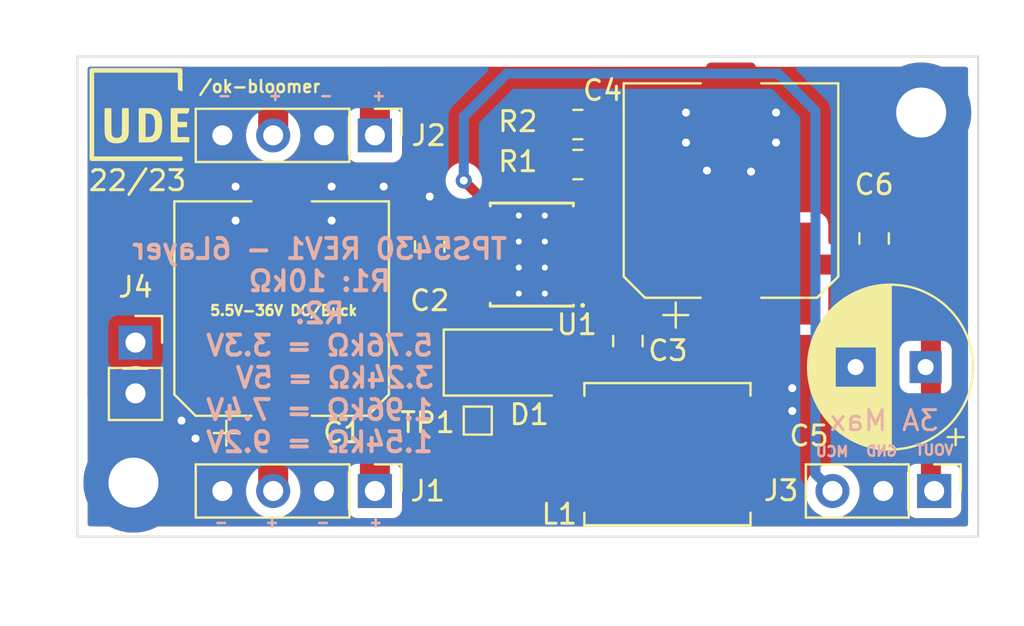
<source format=kicad_pcb>
(kicad_pcb (version 20211014) (generator pcbnew)
  (layers (0 "F.Cu" signal) (1 "In1.Cu" signal) (2 "In2.Cu" signal) (3 "In3.Cu" signal) (4 "In4.Cu" signal) (31 "B.Cu" signal) (34 "B.Paste" user) (35 "F.Paste" user) (36 "B.SilkS" user "B.Silkscreen") (37 "F.SilkS" user "F.Silkscreen") (38 "B.Mask" user) (39 "F.Mask" user) (44 "Edge.Cuts" user))
  (net 0 "")
  (net 1 "/VIN")
  (net 2 "/GND")
  (net 3 "/VOUT")
  (net 6 "/MCU")
  (net 7 "Net-(C3-Pad1)")
  (net 8 "Net-(C3-Pad2)")
  (net 9 "Net-(R1-Pad2)")
  (footprint "Capacitor_SMD:CP_Elec_10x10.5" (layer "F.Cu") (at 94.2 51.8 90)
    (fp_text reference "C1" (at -6.2 3.05) (layer "F.SilkS"))
    (fp_text value "C_Polarized_Small")
    (pad "1" smd roundrect (at -4.2 0 90) (size 4.4 2.5) (layers "F.Cu" "F.Paste" "F.Mask") (roundrect_rratio 0.1) (net 1 "/VIN"))
    (pad "2" smd roundrect (at 4.2 0 90) (size 4.4 2.5) (layers "F.Cu" "F.Paste" "F.Mask") (roundrect_rratio 0.1) (net 2 "/GND"))
  )
  (footprint "Connector_PinHeader_2.54mm:PinHeader_1x04_P2.54mm_Vertical" (layer "F.Cu") (at 98.86 43.14 -90)
    (fp_text reference "J2" (at 0.01 -2.69) (layer "F.SilkS"))
    (fp_text value "Conn_01x04_Male")
    (pad "1" thru_hole rect (at 0 0 270) (size 1.7 1.7) (drill 1) (layers *.Cu *.Mask) (net 1 "/VIN"))
    (pad "2" thru_hole oval (at 0 2.54 270) (size 1.7 1.7) (drill 1) (layers *.Cu *.Mask) (net 2 "/GND"))
    (pad "3" thru_hole oval (at 0 5.08 270) (size 1.7 1.7) (drill 1) (layers *.Cu *.Mask) (net 1 "/VIN"))
    (pad "4" thru_hole oval (at 0 7.62 270) (size 1.7 1.7) (drill 1) (layers *.Cu *.Mask) (net 2 "/GND"))
  )
  (footprint "Capacitor_SMD:C_0805_2012Metric_Pad1.18x1.45mm_HandSolder" (layer "F.Cu") (at 101.6 48.7 90)
    (fp_text reference "C2" (at -2.7 0 180) (layer "F.SilkS"))
    (fp_text value "C_Small")
    (pad "1" smd roundrect (at -1.0375 0 90) (size 1.175 1.45) (layers "F.Cu" "F.Paste" "F.Mask") (roundrect_rratio 0.2127659574) (net 1 "/VIN"))
    (pad "2" smd roundrect (at 1.0375 0 90) (size 1.175 1.45) (layers "F.Cu" "F.Paste" "F.Mask") (roundrect_rratio 0.2127659574) (net 2 "/GND"))
  )
  (footprint "Package_SO:Texas_HSOP-8-1EP_3.9x4.9mm_P1.27mm_ThermalVias" (layer "F.Cu") (at 106.7 49.1 180)
    (fp_text reference "U1" (at -2.25 -3.5) (layer "F.SilkS"))
    (fp_text value "TPS5430")
    (pad "1" smd rect (at -2.7 -1.905 180) (size 1.55 0.6) (layers "F.Cu" "F.Paste" "F.Mask") (net 8 "Net-(C3-Pad2)"))
    (pad "2" smd rect (at -2.7 -0.635 180) (size 1.55 0.6) (layers "F.Cu" "F.Paste" "F.Mask"))
    (pad "3" smd rect (at -2.7 0.635 180) (size 1.55 0.6) (layers "F.Cu" "F.Paste" "F.Mask"))
    (pad "4" smd rect (at -2.7 1.905 180) (size 1.55 0.6) (layers "F.Cu" "F.Paste" "F.Mask") (net 9 "Net-(R1-Pad2)"))
    (pad "5" smd rect (at 2.7 1.905 180) (size 1.55 0.6) (layers "F.Cu" "F.Paste" "F.Mask") (net 6 "/MCU"))
    (pad "6" smd rect (at 2.7 0.635 180) (size 1.55 0.6) (layers "F.Cu" "F.Paste" "F.Mask") (net 2 "/GND"))
    (pad "7" smd rect (at 2.7 -0.635 180) (size 1.55 0.6) (layers "F.Cu" "F.Paste" "F.Mask") (net 1 "/VIN"))
    (pad "8" smd rect (at 2.7 -1.905 180) (size 1.55 0.6) (layers "F.Cu" "F.Paste" "F.Mask") (net 7 "Net-(C3-Pad1)"))
    (pad "9" thru_hole circle (at 0.65 -1.95 180) (size 0.6 0.6) (drill 0.3) (layers *.Cu) (net 2 "/GND"))
    (pad "9" thru_hole circle (at -0.65 0.65 180) (size 0.6 0.6) (drill 0.3) (layers *.Cu) (net 2 "/GND"))
    (pad "9" smd rect (at 0 0 180) (size 2.95 4.9) (layers "B.Cu") (net 2 "/GND"))
    (pad "9" thru_hole circle (at 0.65 -0.65 180) (size 0.6 0.6) (drill 0.3) (layers *.Cu) (net 2 "/GND"))
    (pad "9" thru_hole circle (at -0.65 1.95 180) (size 0.6 0.6) (drill 0.3) (layers *.Cu) (net 2 "/GND"))
    (pad "9" smd rect (at 0 0 180) (size 2.95 4.9) (layers "F.Cu") (net 2 "/GND"))
    (pad "9" thru_hole circle (at -0.65 -0.65 180) (size 0.6 0.6) (drill 0.3) (layers *.Cu) (net 2 "/GND"))
    (pad "9" thru_hole circle (at 0.65 0.65 180) (size 0.6 0.6) (drill 0.3) (layers *.Cu) (net 2 "/GND"))
    (pad "9" thru_hole circle (at -0.65 -1.95 180) (size 0.6 0.6) (drill 0.3) (layers *.Cu) (net 2 "/GND"))
    (pad "9" thru_hole circle (at 0.65 1.95 180) (size 0.6 0.6) (drill 0.3) (layers *.Cu) (net 2 "/GND"))
  )
  (footprint "Bloomer_Library:PowerInductor_Panasonic_ETQP3MKVN_7.4mm_7mm" (layer "F.Cu") (at 113.475 59.075 180)
    (fp_text reference "L1" (at 5.4 -3 unlocked) (layer "F.SilkS"))
    (fp_text value "INDUCTOR")
    (pad "1" smd roundrect (at -2.64 0 270) (size 5.5 3.6) (layers "F.Cu" "F.Paste" "F.Mask") (net 3 "/VOUT"))
    (pad "2" smd roundrect (at 2.64 0 90) (size 5.5 3.6) (layers "F.Cu" "F.Paste" "F.Mask") (net 7 "Net-(C3-Pad1)"))
  )
  (footprint "Capacitor_THT:CP_Radial_D8.0mm_P3.50mm" (layer "F.Cu") (at 126.375 54.725 180)
    (fp_text reference "C5" (at 5.8266 -3.441 180) (layer "F.SilkS"))
    (fp_text value "C_Small")
    (pad "1" thru_hole rect (at 0 0 180) (size 1.6 1.6) (drill 0.8) (layers *.Cu *.Mask) (net 3 "/VOUT"))
    (pad "2" thru_hole circle (at 3.5 0 180) (size 1.6 1.6) (drill 0.8) (layers *.Cu *.Mask) (net 2 "/GND"))
  )
  (footprint "Capacitor_SMD:C_0805_2012Metric_Pad1.18x1.45mm_HandSolder" (layer "F.Cu") (at 111.5 53.425 90)
    (fp_text reference "C3" (at -0.475 2 180) (layer "F.SilkS"))
    (fp_text value "C_Small")
    (pad "1" smd roundrect (at -1.0375 0 90) (size 1.175 1.45) (layers "F.Cu" "F.Paste" "F.Mask") (roundrect_rratio 0.2127659574) (net 7 "Net-(C3-Pad1)"))
    (pad "2" smd roundrect (at 1.0375 0 90) (size 1.175 1.45) (layers "F.Cu" "F.Paste" "F.Mask") (roundrect_rratio 0.2127659574) (net 8 "Net-(C3-Pad2)"))
  )
  (footprint "Diode_SMD:D_SMA" (layer "F.Cu") (at 105.7 54.5)
    (fp_text reference "D1" (at 0.875 2.6) (layer "F.SilkS"))
    (fp_text value "B340")
    (pad "1" smd rect (at -2 0) (size 2.5 1.8) (layers "F.Cu" "F.Paste" "F.Mask") (net 7 "Net-(C3-Pad1)"))
    (pad "2" smd rect (at 2 0) (size 2.5 1.8) (layers "F.Cu" "F.Paste" "F.Mask") (net 2 "/GND"))
  )
  (footprint "TestPoint:TestPoint_Pad_1.0x1.0mm" (layer "F.Cu") (at 104 57.4)
    (fp_text reference "TP1" (at -2.5 0.1) (layer "F.SilkS"))
    (fp_text value "TestPoint")
    (pad "1" smd rect (at 0 0) (size 1 1) (layers "F.Cu" "F.Mask") (net 7 "Net-(C3-Pad1)"))
  )
  (footprint "MountingHole:MountingHole_2.5mm_Pad" (layer "F.Cu") (at 126.15 42)
    (fp_text reference "H1" hide)
    (fp_text value "MountingHole")
    (pad "1" thru_hole circle locked (at 0 0) (size 5 5) (drill 2.5) (layers *.Cu *.Mask) (net 2 "/GND"))
  )
  (footprint "Capacitor_SMD:CP_Elec_10x10.5" (layer "F.Cu") (at 116.65 45.9 90)
    (fp_text reference "C4" (at 5.006 -6.414) (layer "F.SilkS"))
    (fp_text value "220uF")
    (pad "1" smd roundrect (at -4.2 0 90) (size 4.4 2.5) (layers "F.Cu" "F.Paste" "F.Mask") (roundrect_rratio 0.1) (net 3 "/VOUT"))
    (pad "2" smd roundrect (at 4.2 0 90) (size 4.4 2.5) (layers "F.Cu" "F.Paste" "F.Mask") (roundrect_rratio 0.1) (net 2 "/GND"))
  )
  (footprint "Resistor_SMD:R_0805_2012Metric_Pad1.20x1.40mm_HandSolder" (layer "F.Cu") (at 109 42.6)
    (fp_text reference "R2" (at -3 -0.15) (layer "F.SilkS"))
    (fp_text value "R_Small")
    (pad "1" smd roundrect (at -1 0) (size 1.2 1.4) (layers "F.Cu" "F.Paste" "F.Mask") (roundrect_rratio 0.2083333333) (net 9 "Net-(R1-Pad2)"))
    (pad "2" smd roundrect (at 1 0) (size 1.2 1.4) (layers "F.Cu" "F.Paste" "F.Mask") (roundrect_rratio 0.2083333333) (net 2 "/GND"))
  )
  (footprint "Connector_PinHeader_2.54mm:PinHeader_1x04_P2.54mm_Vertical" (layer "F.Cu") (at 98.86 60.92 -90)
    (fp_text reference "J1" (at 0 -2.64 180) (layer "F.SilkS"))
    (fp_text value "Conn_01x04_Male")
    (pad "1" thru_hole rect (at 0 0 270) (size 1.7 1.7) (drill 1) (layers *.Cu *.Mask) (net 1 "/VIN"))
    (pad "2" thru_hole oval (at 0 2.54 270) (size 1.7 1.7) (drill 1) (layers *.Cu *.Mask) (net 2 "/GND"))
    (pad "3" thru_hole oval (at 0 5.08 270) (size 1.7 1.7) (drill 1) (layers *.Cu *.Mask) (net 1 "/VIN"))
    (pad "4" thru_hole oval (at 0 7.62 270) (size 1.7 1.7) (drill 1) (layers *.Cu *.Mask) (net 2 "/GND"))
  )
  (footprint "" (layer "F.Cu") (at 86.8 60.5)
    (fp_text reference "" (at 0 0) (layer "F.SilkS") (effects (font (size 1.27 1.27))))
    (fp_text value "" (at 0 0) (layer "F.SilkS") (effects (font (size 1.27 1.27))))
    (pad "1" thru_hole circle locked (at 0 0) (size 5 5) (drill 2.5) (layers *.Cu *.Mask) (net 2 "/GND"))
  )
  (footprint "Connector_PinHeader_2.54mm:PinHeader_1x03_P2.54mm_Vertical" (layer "F.Cu") (at 126.8 60.92 -90)
    (fp_text reference "J3" (at -0.02 7.65) (layer "F.SilkS"))
    (fp_text value "Conn_01x03_Male")
    (pad "1" thru_hole rect (at 0 0 270) (size 1.7 1.7) (drill 1) (layers *.Cu *.Mask) (net 3 "/VOUT"))
    (pad "2" thru_hole oval (at 0 2.54 270) (size 1.7 1.7) (drill 1) (layers *.Cu *.Mask) (net 2 "/GND"))
    (pad "3" thru_hole oval (at 0 5.08 270) (size 1.7 1.7) (drill 1) (layers *.Cu *.Mask) (net 6 "/MCU"))
  )
  (footprint "Connector_PinSocket_2.54mm:PinSocket_1x02_P2.54mm_Vertical" (layer "F.Cu") (at 86.9 53.5)
    (fp_text reference "J4" (at 0 -2.77) (layer "F.SilkS"))
    (fp_text value "Conn_01x02_Male")
    (pad "1" thru_hole rect (at 0 0) (size 1.7 1.7) (drill 1) (layers *.Cu *.Mask) (net 1 "/VIN"))
    (pad "2" thru_hole oval (at 0 2.54) (size 1.7 1.7) (drill 1) (layers *.Cu *.Mask) (net 2 "/GND"))
  )
  (footprint "Resistor_SMD:R_0805_2012Metric_Pad1.20x1.40mm_HandSolder" (layer "F.Cu") (at 109 44.6 180)
    (fp_text reference "R1" (at 3 0.15) (layer "F.SilkS"))
    (fp_text value "R_Small")
    (pad "1" smd roundrect (at -1 0 180) (size 1.2 1.4) (layers "F.Cu" "F.Paste" "F.Mask") (roundrect_rratio 0.2083333333) (net 3 "/VOUT"))
    (pad "2" smd roundrect (at 1 0 180) (size 1.2 1.4) (layers "F.Cu" "F.Paste" "F.Mask") (roundrect_rratio 0.2083333333) (net 9 "Net-(R1-Pad2)"))
  )
  (footprint "Capacitor_SMD:C_0805_2012Metric_Pad1.18x1.45mm_HandSolder" (layer "F.Cu") (at 123.8 48.3 90)
    (fp_text reference "C6" (at 2.7 0 180) (layer "F.SilkS"))
    (fp_text value "C_Small")
    (pad "1" smd roundrect (at -1.0375 0 90) (size 1.175 1.45) (layers "F.Cu" "F.Paste" "F.Mask") (roundrect_rratio 0.2127659574) (net 3 "/VOUT"))
    (pad "2" smd roundrect (at 1.0375 0 90) (size 1.175 1.45) (layers "F.Cu" "F.Paste" "F.Mask") (roundrect_rratio 0.2127659574) (net 2 "/GND"))
  )
  (footprint "LOGO" (layer "F.Cu") (at 87.1 42.1)
    (fp_text reference "G***" hide)
    (fp_text value "LOGO" hide)
  )
  (gr_rect (start 84 63.2) (end 129 39.2) (layer "Edge.Cuts") (width 0.1) (fill none))
  (gr_text "-" (at 91.186 62.484) (layer "B.SilkS") (effects (font (size 0.5 0.5) (thickness 0.125)) (justify mirror)))
  (gr_text "3A Max" (at 124.3 57.4) (layer "B.SilkS") (effects (font (size 1 1)) (justify mirror)))
  (gr_text "-" (at 96.266 62.484) (layer "B.SilkS") (effects (font (size 0.5 0.5) (thickness 0.125)) (justify mirror)))
  (gr_text "+" (at 93.886 41.148) (layer "B.SilkS") (effects (font (size 0.5 0.5) (thickness 0.125)) (justify mirror)))
  (gr_text "+" (at 98.9 62.484) (layer "B.SilkS") (effects (font (size 0.5 0.5) (thickness 0.125)) (justify mirror)))
  (gr_text "VOUT" (at 126.825 58.875) (layer "B.SilkS") (effects (font (size 0.5 0.5) (thickness 0.125)) (justify mirror)))
  (gr_text "TPS5430 REV1 - 6Layer\nR1: 10kΩ\nR2:\n5.76kΩ = 3.3V\n3.24kΩ = 5V  \n1.96kΩ = 7.4V\n1.54kΩ = 9.2V" (at 96.1 53.65) (layer "B.SilkS") (effects (font (size 1 1) (thickness 0.2)) (justify mirror)))
  (gr_text "+" (at 99.06 41.148) (layer "B.SilkS") (effects (font (size 0.5 0.5) (thickness 0.125)) (justify mirror)))
  (gr_text "-" (at 96.426 41.148) (layer "B.SilkS") (effects (font (size 0.5 0.5) (thickness 0.125)) (justify mirror)))
  (gr_text "MCU" (at 121.7 58.95) (layer "B.SilkS") (effects (font (size 0.5 0.5) (thickness 0.125)) (justify mirror)))
  (gr_text "-" (at 91.346 41.148) (layer "B.SilkS") (effects (font (size 0.5 0.5) (thickness 0.125)) (justify mirror)))
  (gr_text "GND" (at 124.175 58.925) (layer "B.SilkS") (effects (font (size 0.5 0.5) (thickness 0.125)) (justify mirror)))
  (gr_text "+" (at 93.726 62.484) (layer "B.SilkS") (effects (font (size 0.5 0.5) (thickness 0.125)) (justify mirror)))
  (gr_text "5.5V-36V DC/Buck" (at 94.3 51.9) (layer "F.SilkS") (effects (font (size 0.5 0.5) (thickness 0.125))))
  (gr_text "/ok-bloomer" (at 93.1 40.7) (layer "F.SilkS") (effects (font (size 0.6 0.6) (thickness 0.125))))
  (gr_text "22/23" (at 87 45.4) (layer "F.SilkS") (effects (font (size 1 1))))
  (segment (start 98.86 41.26) (end 98.86 43.14) (width 1.5) (layer "F.Cu") (net 1))
  (segment (start 93.1 40.7) (end 98.3 40.7) (width 1.5) (layer "F.Cu") (net 1))
  (segment (start 88.75 41.2) (end 89.25 40.7) (width 1.5) (layer "F.Cu") (net 1))
  (segment (start 93.78 41.38) (end 93.78 43.14) (width 1.5) (layer "F.Cu") (net 1))
  (segment (start 94.2 56) (end 97 56) (width 1.5) (layer "F.Cu") (net 1))
  (segment (start 94.2 56) (end 88.75 50.55) (width 1.5) (layer "F.Cu") (net 1))
  (segment (start 93.1 40.7) (end 93.78 41.38) (width 1.5) (layer "F.Cu") (net 1))
  (segment (start 88.75 50.55) (end 88.75 41.2) (width 1.5) (layer "F.Cu") (net 1))
  (segment (start 93.78 60.92) (end 93.78 56.42) (width 1.5) (layer "F.Cu") (net 1))
  (segment (start 98.86 57.86) (end 98.86 60.92) (width 1.5) (layer "F.Cu") (net 1))
  (segment (start 93.78 56.42) (end 94.2 56) (width 1) (layer "F.Cu") (net 1))
  (segment (start 89.25 40.7) (end 93.1 40.7) (width 1.5) (layer "F.Cu") (net 1))
  (segment (start 97 56) (end 98.86 57.86) (width 1.5) (layer "F.Cu") (net 1))
  (segment (start 98.3 40.7) (end 98.86 41.26) (width 1.5) (layer "F.Cu") (net 1))
  (via (at 119.7102 55.7784) (size 0.8) (drill 0.4) (layers "F.Cu" "B.Cu") (net 2))
  (via (at 91.9 45.7) (size 0.8) (drill 0.4) (layers "F.Cu" "B.Cu") (net 2))
  (via (at 96.7 45.7) (size 0.8) (drill 0.4) (layers "F.Cu" "B.Cu") (net 2))
  (via (at 89.9 58.3) (size 0.8) (drill 0.4) (layers "F.Cu" "B.Cu") (net 2))
  (via (at 91.9 47.4) (size 0.8) (drill 0.4) (layers "F.Cu" "B.Cu") (net 2))
  (via (at 118.9 42) (size 0.8) (drill 0.4) (layers "F.Cu" "B.Cu") (net 2))
  (via (at 117.65 44.95) (size 0.8) (drill 0.4) (layers "F.Cu" "B.Cu") (net 2))
  (via (at 101.6 46.2) (size 0.8) (drill 0.4) (layers "F.Cu" "B.Cu") (net 2))
  (via (at 115.45 44.9) (size 0.8) (drill 0.4) (layers "F.Cu" "B.Cu") (net 2))
  (via (at 114.4 43.5) (size 0.8) (drill 0.4) (layers "F.Cu" "B.Cu") (net 2))
  (via (at 99.3 45.7) (size 0.8) (drill 0.4) (layers "F.Cu" "B.Cu") (net 2))
  (via (at 119.7102 56.9214) (size 0.8) (drill 0.4) (layers "F.Cu" "B.Cu") (net 2))
  (via (at 89.2 57.4) (size 0.8) (drill 0.4) (layers "F.Cu" "B.Cu") (net 2))
  (via (at 96.7 47.4) (size 0.8) (drill 0.4) (layers "F.Cu" "B.Cu") (net 2))
  (via (at 118.9 43.5) (size 0.8) (drill 0.4) (layers "F.Cu" "B.Cu") (net 2))
  (via (at 114.4 42) (size 0.8) (drill 0.4) (layers "F.Cu" "B.Cu") (net 2))
  (segment (start 116.6 58.84) (end 116.6 51.12) (width 1.5) (layer "F.Cu") (net 3))
  (segment (start 126.6375 60.7575) (end 126.8 60.92) (width 1) (layer "F.Cu") (net 3))
  (segment (start 117.15 49.6) (end 124.2 49.6) (width 1) (layer "F.Cu") (net 3))
  (segment (start 124.2 49.6) (end 126.6375 52.0375) (width 1) (layer "F.Cu") (net 3))
  (segment (start 126.6375 52.0375) (end 126.6375 60.7575) (width 1) (layer "F.Cu") (net 3))
  (segment (start 116.65 50.1) (end 117.15 49.6) (width 1) (layer "F.Cu") (net 3))
  (segment (start 116.6 51.12) (end 116.14 50.66) (width 1.5) (layer "F.Cu") (net 3))
  (segment (start 112.3 44.7) (end 116.7 49.1) (width 1.2) (layer "F.Cu") (net 3))
  (segment (start 116.14 59.3) (end 116.6 58.84) (width 1.5) (layer "F.Cu") (net 3))
  (segment (start 112.3 44.7) (end 110.4 44.7) (width 1.2) (layer "F.Cu") (net 3))
  (segment (start 103.3 45.4) (end 104 46.1) (width 0.5) (layer "F.Cu") (net 6))
  (segment (start 104 46.1) (end 104 47.195) (width 0.5) (layer "F.Cu") (net 6))
  (via (at 103.3 45.4) (size 0.8) (drill 0.4) (layers "F.Cu" "B.Cu") (net 6))
  (segment (start 119 40.05) (end 105.45 40.05) (width 0.5) (layer "B.Cu") (net 6))
  (segment (start 120.87 41.92) (end 120.87 60.07) (width 0.5) (layer "B.Cu") (net 6))
  (segment (start 103.3 42.2) (end 103.3 45.4) (width 0.5) (layer "B.Cu") (net 6))
  (segment (start 120.87 60.07) (end 121.72 60.92) (width 0.5) (layer "B.Cu") (net 6))
  (segment (start 119 40.05) (end 120.87 41.92) (width 0.5) (layer "B.Cu") (net 6))
  (segment (start 105.45 40.05) (end 103.3 42.2) (width 0.5) (layer "B.Cu") (net 6))
  (segment (start 111.5 54.4625) (end 111.5 58.66) (width 1.1) (layer "F.Cu") (net 7))
  (segment (start 109.4 51.005) (end 110.1175 51.005) (width 0.6) (layer "F.Cu") (net 8))
  (segment (start 110.1175 51.005) (end 111.5 52.3875) (width 0.6) (layer "F.Cu") (net 8))
  (segment (start 109.4 47.275) (end 109.4 46.9) (width 0.5) (layer "F.Cu") (net 9))
  (segment (start 108 45.5) (end 108 44.6) (width 0.5) (layer "F.Cu") (net 9))
  (segment (start 108 44.6) (end 108 42.5) (width 0.5) (layer "F.Cu") (net 9))
  (segment (start 109.4 46.9) (end 108 45.5) (width 0.5) (layer "F.Cu") (net 9))
  (zone (net 7) (net_name "Net-(C3-Pad1)") (layer "F.Cu") (priority 1) (connect_pads yes (clearance 0.508)) (min_thickness 0.254) (fill yes (thermal_gap 0.508) (thermal_bridge_width 0.508))
    (polygon (pts (xy 104.775 56.2864) (xy 112.2934 56.2864) (xy 112.2934 58.3946) (xy 103.124 58.3946) (xy 103.124 50.8984) (xy 104.775 50.8984)))
  )
  (zone (net 2) (net_name "/GND") (layer "F.Cu") (connect_pads yes (clearance 0.508)) (min_thickness 0.254) (fill yes (thermal_gap 0.508) (thermal_bridge_width 0.508))
    (polygon (pts (xy 84.9 39.1) (xy 128.7 39.1) (xy 128.7 63.4) (xy 84.9 63.4)))
  )
  (zone (net 3) (net_name "/VOUT") (layer "F.Cu") (priority 1) (connect_pads yes (clearance 0.508)) (min_thickness 0.254) (fill yes (thermal_gap 0.508) (thermal_bridge_width 0.508))
    (polygon (pts (xy 121 52.6) (xy 118.8 52.6) (xy 118.8 61.5) (xy 114.4 61.5) (xy 114.4 47.5) (xy 121 47.5)))
  )
  (zone (net 1) (net_name "/VIN") (layer "F.Cu") (priority 1) (connect_pads yes (clearance 0.508)) (min_thickness 0.254) (fill yes (thermal_gap 0.508) (thermal_bridge_width 0.508))
    (polygon (pts (xy 84.1 39.7) (xy 89.6 39.7) (xy 89.6 49) (xy 105 49) (xy 105 50.3) (xy 100.3 50.3) (xy 100.3 56.3) (xy 84.1 56.3)))
  )
  (zone (net 2) (net_name "/GND") (layer "B.Cu") (connect_pads yes (clearance 0.508)) (min_thickness 0.254) (fill yes (thermal_gap 0.508) (thermal_bridge_width 0.508))
    (polygon (pts (xy 84 39.1) (xy 128.7 39.1) (xy 128.7 63.4) (xy 84 63.4)))
  )
)
</source>
